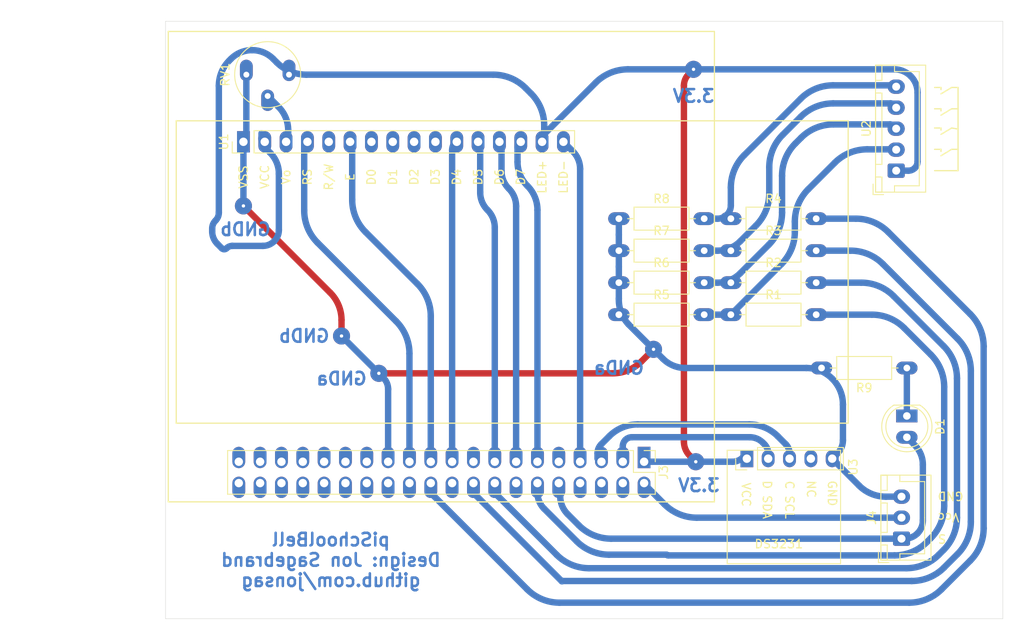
<source format=kicad_pcb>
(kicad_pcb (version 20211014) (generator pcbnew)
  (layers (0 "F.Cu" signal) (31 "B.Cu" signal) (34 "B.Paste" user) (35 "F.Paste" user) (36 "B.SilkS" user "B.Silkscreen") (37 "F.SilkS" user "F.Silkscreen") (38 "B.Mask" user) (39 "F.Mask" user) (44 "Edge.Cuts" user))
  (net 0 "")
  (net 1 "Net-(J3-Pad22)")
  (net 2 "Net-(J3-Pad18)")
  (net 3 "Net-(J3-Pad16)")
  (net 4 "Net-(J3-Pad12)")
  (net 7 "Net-(J3-Pad7)")
  (net 8 "Net-(D1-Pad2)")
  (net 9 "Net-(D1-Pad1)")
  (net 12 "Net-(J3-Pad11)")
  (net 13 "Net-(J3-Pad13)")
  (net 15 "Net-(J3-Pad15)")
  (net 17 "Net-(J3-Pad19)")
  (net 19 "Net-(J3-Pad21)")
  (net 20 "Net-(J3-Pad23)")
  (net 37 "Net-(R1-Pad1)")
  (net 38 "Net-(R2-Pad1)")
  (net 39 "Net-(R3-Pad1)")
  (net 40 "Net-(R4-Pad1)")
  (net 41 "Net-(RV1-Pad2)")
  (net 46 "Net-(J3-Pad3)")
  (net 47 "Net-(J3-Pad5)")
  (net 49 "/3,3V")
  (net 50 "/5V")
  (net 51 "/GND")
  (footprint "My_RaspberryPi:RaspberryPi_3b+_Hat_large" (layer "F.Cu") (at 227.1505 117.9195 -90)
    (fp_text reference "J3" (at 1.192 -2.342 90) (layer "F.SilkS"))
    (fp_text value "Raspberry_Pi_2_3_all_pin_ordered" hide)
    (pad "1" thru_hole rect (at -0.078 -0.012 270) (size 2.54 1.524) (drill 1 (offset -0.508 0)) (layers *.Cu *.Mask) (net 49 "/3,3V"))
    (pad "2" thru_hole oval (at 2.462 -0.012 270) (size 2.54 1.524) (drill 1 (offset 0.508 0)) (layers *.Cu *.Mask) (net 50 "/5V"))
    (pad "3" thru_hole oval (at -0.078 2.528 270) (size 2.54 1.524) (drill 1 (offset -0.508 0)) (layers *.Cu *.Mask) (net 46 "Net-(J3-Pad3)"))
    (pad "4" thru_hole oval (at 2.462 2.528 270) (size 2.54 1.524) (drill 1 (offset 0.508 0)) (layers *.Cu *.Mask))
    (pad "5" thru_hole oval (at -0.078 5.068 270) (size 2.54 1.524) (drill 1 (offset -0.508 0)) (layers *.Cu *.Mask) (net 47 "Net-(J3-Pad5)"))
    (pad "6" thru_hole oval (at 2.462 5.068 270) (size 2.54 1.524) (drill 1 (offset 0.508 0)) (layers *.Cu *.Mask))
    (pad "7" thru_hole oval (at -0.078 7.608 270) (size 2.54 1.524) (drill 1 (offset -0.508 0)) (layers *.Cu *.Mask) (net 7 "Net-(J3-Pad7)"))
    (pad "8" thru_hole oval (at 2.462 7.608 270) (size 2.54 1.524) (drill 1 (offset 0.508 0)) (layers *.Cu *.Mask))
    (pad "9" thru_hole oval (at -0.078 10.148 270) (size 2.54 1.524) (drill 1 (offset -0.508 0)) (layers *.Cu *.Mask))
    (pad "10" thru_hole oval (at 2.462 10.148 270) (size 2.54 1.524) (drill 1 (offset 0.508 0)) (layers *.Cu *.Mask) (net 8 "Net-(D1-Pad2)"))
    (pad "11" thru_hole oval (at -0.078 12.688 270) (size 2.54 1.524) (drill 1 (offset -0.508 0)) (layers *.Cu *.Mask) (net 12 "Net-(J3-Pad11)"))
    (pad "12" thru_hole oval (at 2.462 12.688 270) (size 2.54 1.524) (drill 1 (offset 0.508 0)) (layers *.Cu *.Mask) (net 4 "Net-(J3-Pad12)"))
    (pad "13" thru_hole oval (at -0.078 15.228 270) (size 2.54 1.524) (drill 1 (offset -0.508 0)) (layers *.Cu *.Mask) (net 13 "Net-(J3-Pad13)"))
    (pad "14" thru_hole oval (at 2.462 15.228 270) (size 2.54 1.524) (drill 1 (offset 0.508 0)) (layers *.Cu *.Mask))
    (pad "15" thru_hole oval (at -0.078 17.768 270) (size 2.54 1.524) (drill 1 (offset -0.508 0)) (layers *.Cu *.Mask) (net 15 "Net-(J3-Pad15)"))
    (pad "16" thru_hole oval (at 2.462 17.768 270) (size 2.54 1.524) (drill 1 (offset 0.508 0)) (layers *.Cu *.Mask) (net 3 "Net-(J3-Pad16)"))
    (pad "17" thru_hole oval (at -0.078 20.308 270) (size 2.54 1.524) (drill 1 (offset -0.508 0)) (layers *.Cu *.Mask))
    (pad "18" thru_hole oval (at 2.462 20.308 270) (size 2.54 1.524) (drill 1 (offset 0.508 0)) (layers *.Cu *.Mask) (net 2 "Net-(J3-Pad18)"))
    (pad "19" thru_hole oval (at -0.078 22.848 270) (size 2.54 1.524) (drill 1 (offset -0.508 0)) (layers *.Cu *.Mask) (net 17 "Net-(J3-Pad19)"))
    (pad "20" thru_hole oval (at 2.462 22.848 270) (size 2.54 1.524) (drill 1 (offset 0.508 0)) (layers *.Cu *.Mask))
    (pad "21" thru_hole oval (at -0.078 25.388 270) (size 2.54 1.524) (drill 1 (offset -0.508 0)) (layers *.Cu *.Mask) (net 19 "Net-(J3-Pad21)"))
    (pad "22" thru_hole oval (at 2.462 25.388 270) (size 2.54 1.524) (drill 1 (offset 0.508 0)) (layers *.Cu *.Mask) (net 1 "Net-(J3-Pad22)"))
    (pad "23" thru_hole oval (at -0.078 27.928 270) (size 2.54 1.524) (drill 1 (offset -0.508 0)) (layers *.Cu *.Mask) (net 20 "Net-(J3-Pad23)"))
    (pad "24" thru_hole oval (at 2.462 27.928 270) (size 2.54 1.524) (drill 1 (offset 0.508 0)) (layers *.Cu *.Mask))
    (pad "25" thru_hole oval (at -0.078 30.468 270) (size 2.54 1.524) (drill 1 (offset -0.508 0)) (layers *.Cu *.Mask) (net 51 "/GND"))
    (pad "26" thru_hole oval (at 2.462 30.468 270) (size 2.54 1.524) (drill 1 (offset 0.508 0)) (layers *.Cu *.Mask))
    (pad "27" thru_hole oval (at -0.078 33.008 270) (size 2.54 1.524) (drill 1 (offset -0.508 0)) (layers *.Cu *.Mask))
    (pad "28" thru_hole oval (at 2.462 33.008 270) (size 2.54 1.524) (drill 1 (offset 0.508 0)) (layers *.Cu *.Mask))
    (pad "29" thru_hole oval (at -0.078 35.548 270) (size 2.54 1.524) (drill 1 (offset -0.508 0)) (layers *.Cu *.Mask))
    (pad "30" thru_hole oval (at 2.462 35.548 270) (size 2.54 1.524) (drill 1 (offset 0.508 0)) (layers *.Cu *.Mask))
    (pad "31" thru_hole oval (at -0.078 38.088 270) (size 2.54 1.524) (drill 1 (offset -0.508 0)) (layers *.Cu *.Mask))
    (pad "32" thru_hole oval (at 2.462 38.088 270) (size 2.54 1.524) (drill 1 (offset 0.508 0)) (layers *.Cu *.Mask))
    (pad "33" thru_hole oval (at -0.078 40.628 270) (size 2.54 1.524) (drill 1 (offset -0.508 0)) (layers *.Cu *.Mask))
    (pad "34" thru_hole oval (at 2.462 40.628 270) (size 2.54 1.524) (drill 1 (offset 0.508 0)) (layers *.Cu *.Mask))
    (pad "35" thru_hole oval (at -0.078 43.168 270) (size 2.54 1.524) (drill 1 (offset -0.508 0)) (layers *.Cu *.Mask))
    (pad "36" thru_hole oval (at 2.462 43.168 270) (size 2.54 1.524) (drill 1 (offset 0.508 0)) (layers *.Cu *.Mask))
    (pad "37" thru_hole oval (at -0.078 45.708 270) (size 2.54 1.524) (drill 1 (offset -0.508 0)) (layers *.Cu *.Mask))
    (pad "38" thru_hole oval (at 2.462 45.708 270) (size 2.54 1.524) (drill 1 (offset 0.508 0)) (layers *.Cu *.Mask))
    (pad "39" thru_hole oval (at -0.078 48.248 270) (size 2.54 1.524) (drill 1 (offset -0.508 0)) (layers *.Cu *.Mask))
    (pad "40" thru_hole oval (at 2.462 48.248 270) (size 2.54 1.524) (drill 1 (offset 0.508 0)) (layers *.Cu *.Mask))
  )
  (footprint "My_Headers:3-pin JST KY-019 relay" (layer "F.Cu") (at 257.81 127 90)
    (fp_text reference "J4" (at 2.5 -3.55 90) (layer "F.SilkS"))
    (fp_text value "3-pin_KY-019_relay_header" hide)
    (fp_text user "Vcc" (at 2.54 5.588 180 unlocked) (layer "F.SilkS"))
    (fp_text user "GND" (at 5.08 5.842 180 unlocked) (layer "F.SilkS"))
    (fp_text user "S" (at 0 4.826 180 unlocked) (layer "F.SilkS"))
    (pad "1" thru_hole roundrect (at 0 0 90) (size 1.7 2.032) (drill 0.95) (layers *.Cu *.Mask) (roundrect_rratio 0.147059) (net 8 "Net-(D1-Pad2)"))
    (pad "2" thru_hole oval (at 2.5 0 90) (size 1.7 2.032) (drill 0.95) (layers *.Cu *.Mask) (net 50 "/5V"))
    (pad "3" thru_hole oval (at 5 0 90) (size 1.7 2.032) (drill 0.95) (layers *.Cu *.Mask) (net 51 "/GND"))
  )
  (footprint "My_Misc:R_Axial_DIN0207_L6.3mm_D2.5mm_P10.16mm_Horizontal_larger_pads" (layer "F.Cu") (at 237.49 100.33)
    (fp_text reference "R1" (at 5.08 -2.37) (layer "F.SilkS"))
    (fp_text value "300R" hide)
    (pad "1" thru_hole oval (at 0 0) (size 2.54 1.524) (drill 0.8) (layers *.Cu *.Mask) (net 37 "Net-(R1-Pad1)"))
    (pad "2" thru_hole oval (at 10.16 0) (size 2.54 1.524) (drill 0.8) (layers *.Cu *.Mask) (net 4 "Net-(J3-Pad12)"))
  )
  (footprint "My_Misc:R_Axial_DIN0207_L6.3mm_D2.5mm_P10.16mm_Horizontal_larger_pads" (layer "F.Cu") (at 237.49 96.52)
    (fp_text reference "R2" (at 5.08 -2.37) (layer "F.SilkS"))
    (fp_text value "300R" hide)
    (pad "1" thru_hole oval (at 0 0) (size 2.54 1.524) (drill 0.8) (layers *.Cu *.Mask) (net 38 "Net-(R2-Pad1)"))
    (pad "2" thru_hole oval (at 10.16 0) (size 2.54 1.524) (drill 0.8) (layers *.Cu *.Mask) (net 3 "Net-(J3-Pad16)"))
  )
  (footprint "My_Misc:R_Axial_DIN0207_L6.3mm_D2.5mm_P10.16mm_Horizontal_larger_pads" (layer "F.Cu") (at 237.49 92.71)
    (fp_text reference "R3" (at 5.08 -2.37) (layer "F.SilkS"))
    (fp_text value "300R" hide)
    (pad "1" thru_hole oval (at 0 0) (size 2.54 1.524) (drill 0.8) (layers *.Cu *.Mask) (net 39 "Net-(R3-Pad1)"))
    (pad "2" thru_hole oval (at 10.16 0) (size 2.54 1.524) (drill 0.8) (layers *.Cu *.Mask) (net 2 "Net-(J3-Pad18)"))
  )
  (footprint "My_Misc:R_Axial_DIN0207_L6.3mm_D2.5mm_P10.16mm_Horizontal_larger_pads" (layer "F.Cu") (at 237.49 88.9)
    (fp_text reference "R4" (at 5.08 -2.37) (layer "F.SilkS"))
    (fp_text value "300R" hide)
    (pad "1" thru_hole oval (at 0 0) (size 2.54 1.524) (drill 0.8) (layers *.Cu *.Mask) (net 40 "Net-(R4-Pad1)"))
    (pad "2" thru_hole oval (at 10.16 0) (size 2.54 1.524) (drill 0.8) (layers *.Cu *.Mask) (net 1 "Net-(J3-Pad22)"))
  )
  (footprint "My_Misc:R_Axial_DIN0207_L6.3mm_D2.5mm_P10.16mm_Horizontal_larger_pads" (layer "F.Cu") (at 224.155 100.33)
    (fp_text reference "R5" (at 5.08 -2.37) (layer "F.SilkS"))
    (fp_text value "10k" hide)
    (pad "1" thru_hole oval (at 0 0) (size 2.54 1.524) (drill 0.8) (layers *.Cu *.Mask) (net 51 "/GND"))
    (pad "2" thru_hole oval (at 10.16 0) (size 2.54 1.524) (drill 0.8) (layers *.Cu *.Mask) (net 37 "Net-(R1-Pad1)"))
  )
  (footprint "My_Misc:R_Axial_DIN0207_L6.3mm_D2.5mm_P10.16mm_Horizontal_larger_pads" (layer "F.Cu") (at 224.155 96.52)
    (fp_text reference "R6" (at 5.08 -2.37) (layer "F.SilkS"))
    (fp_text value "10k" hide)
    (pad "1" thru_hole oval (at 0 0) (size 2.54 1.524) (drill 0.8) (layers *.Cu *.Mask) (net 51 "/GND"))
    (pad "2" thru_hole oval (at 10.16 0) (size 2.54 1.524) (drill 0.8) (layers *.Cu *.Mask) (net 38 "Net-(R2-Pad1)"))
  )
  (footprint "My_Misc:R_Axial_DIN0207_L6.3mm_D2.5mm_P10.16mm_Horizontal_larger_pads" (layer "F.Cu") (at 224.155 92.71)
    (fp_text reference "R7" (at 5.08 -2.37) (layer "F.SilkS"))
    (fp_text value "10k" hide)
    (pad "1" thru_hole oval (at 0 0) (size 2.54 1.524) (drill 0.8) (layers *.Cu *.Mask) (net 51 "/GND"))
    (pad "2" thru_hole oval (at 10.16 0) (size 2.54 1.524) (drill 0.8) (layers *.Cu *.Mask) (net 39 "Net-(R3-Pad1)"))
  )
  (footprint "My_Misc:R_Axial_DIN0207_L6.3mm_D2.5mm_P10.16mm_Horizontal_larger_pads" (layer "F.Cu") (at 224.155 88.9)
    (fp_text reference "R8" (at 5.08 -2.37) (layer "F.SilkS"))
    (fp_text value "10k" hide)
    (pad "1" thru_hole oval (at 0 0) (size 2.54 1.524) (drill 0.8) (layers *.Cu *.Mask) (net 51 "/GND"))
    (pad "2" thru_hole oval (at 10.16 0) (size 2.54 1.524) (drill 0.8) (layers *.Cu *.Mask) (net 40 "Net-(R4-Pad1)"))
  )
  (footprint "My_Misc:LED_D5.0mm_larger_pads" (layer "F.Cu") (at 258.445 112.39 -90)
    (fp_text reference "D1" (at 1.27 -3.96 90) (layer "F.SilkS"))
    (fp_text value "LED" hide)
    (pad "1" thru_hole rect locked (at 0 0 270) (size 1.524 2.54) (drill 0.9) (layers *.Cu *.Mask) (net 9 "Net-(D1-Pad1)"))
    (pad "2" thru_hole oval locked (at 2.54 0 270) (size 1.524 2.54) (drill 0.9) (layers *.Cu *.Mask) (net 8 "Net-(D1-Pad2)"))
  )
  (footprint "My_Misc:R_Axial_DIN0207_L6.3mm_D2.5mm_P10.16mm_Horizontal_larger_pads" (layer "F.Cu") (at 258.445 106.68 180)
    (fp_text reference "R9" (at 5.08 -2.37) (layer "F.SilkS"))
    (fp_text value "220R" hide)
    (pad "1" thru_hole oval (at 0 0 180) (size 2.54 1.524) (drill 0.8) (layers *.Cu *.Mask) (net 9 "Net-(D1-Pad1)"))
    (pad "2" thru_hole oval (at 10.16 0 180) (size 2.54 1.524) (drill 0.8) (layers *.Cu *.Mask) (net 51 "/GND"))
  )
  (footprint "My_Misc:Potentiometer_Bourns_3339P_Vertical_large" (layer "F.Cu") (at 184.8815 71.755 90)
    (fp_text reference "RV1" (at 0 -7.6 90) (layer "F.SilkS"))
    (fp_text value "R_Potentiometer")
    (pad "1" thru_hole oval locked (at 0 0 90) (size 2.54 1.524) (drill 0.7 (offset 0.508 0)) (layers *.Cu *.Mask) (net 49 "/3,3V"))
    (pad "2" thru_hole oval locked (at -2.54 -2.54 90) (size 2.54 1.524) (drill 0.7 (offset -0.508 0)) (layers *.Cu *.Mask) (net 41 "Net-(RV1-Pad2)"))
    (pad "3" thru_hole oval locked (at 0 -5.08 90) (size 2.54 1.524) (drill 0.7 (offset 0.508 0)) (layers *.Cu *.Mask) (net 51 "/GND"))
  )
  (footprint "My_Headers:5-pin JST 4 buttons + common" (layer "F.Cu") (at 257.175 83.185 90)
    (fp_text reference "U2" (at 5 -3.55 90) (layer "F.SilkS"))
    (fp_text value "5-pin_4_buttons_+_common" hide)
    (pad "1" thru_hole roundrect (at 0 0 90) (size 1.7 2.032) (drill 0.95) (layers *.Cu *.Mask) (roundrect_rratio 0.147059) (net 49 "/3,3V"))
    (pad "2" thru_hole oval (at 2.5 0 90) (size 1.7 2.032) (drill 0.95) (layers *.Cu *.Mask) (net 37 "Net-(R1-Pad1)"))
    (pad "3" thru_hole oval (at 5 0 90) (size 1.7 2.032) (drill 0.95) (layers *.Cu *.Mask) (net 38 "Net-(R2-Pad1)"))
    (pad "4" thru_hole oval (at 7.5 0 90) (size 1.7 2.032) (drill 0.95) (layers *.Cu *.Mask) (net 39 "Net-(R3-Pad1)"))
    (pad "5" thru_hole oval (at 10 0 90) (size 1.7 2.032) (drill 0.95) (layers *.Cu *.Mask) (net 40 "Net-(R4-Pad1)"))
  )
  (footprint "My_Parts:DS3231_RTC_module_large" (layer "F.Cu") (at 249.555 117.475 -90)
    (fp_text reference "U3" (at 1 -2.5 90) (layer "F.SilkS"))
    (fp_text value "DS3231_RTC_module" hide)
    (fp_text user "GND" (at 2.5 0 -90 unlocked) (layer "F.SilkS") (effects (justify left)))
    (fp_text user "C SCL" (at 2.54 5.08 -90 unlocked) (layer "F.SilkS") (effects (justify left)))
    (fp_text user "VCC" (at 2.75 10.25 -90 unlocked) (layer "F.SilkS") (effects (justify left)))
    (fp_text user "D SDA" (at 2.5 7.75 -90 unlocked) (layer "F.SilkS") (effects (justify left)))
    (fp_text user "DS3231" (at 10.16 6.35 unlocked) (layer "F.SilkS"))
    (fp_text user "NC" (at 2.5 2.5 -90 unlocked) (layer "F.SilkS") (effects (justify left)))
    (pad "1" thru_hole rect (at 0 10.16 90) (size 2.032 1.524) (drill 1) (layers *.Cu *.Mask) (net 49 "/3,3V"))
    (pad "2" thru_hole oval (at 0 7.62 90) (size 2.032 1.524) (drill 1) (layers *.Cu *.Mask) (net 46 "Net-(J3-Pad3)"))
    (pad "3" thru_hole oval (at 0 5.08 90) (size 2.032 1.524) (drill 1) (layers *.Cu *.Mask) (net 47 "Net-(J3-Pad5)"))
    (pad "4" thru_hole oval (at 0 2.54 90) (size 2.032 1.524) (drill 1) (layers *.Cu *.Mask))
    (pad "5" thru_hole oval (at 0 0 90) (size 2.032 1.524) (drill 1) (layers *.Cu *.Mask) (net 51 "/GND"))
  )
  (footprint "My_Parts:LCD_HD44780_16x2_w_headers_large" (layer "F.Cu") (at 179.455 79.75)
    (fp_text reference "U1" (at -2.33 0 90) (layer "F.SilkS"))
    (fp_text value "LCD_HD44780" hide)
    (fp_text user "D1" (at 17.78 4.19 90) (layer "F.SilkS"))
    (fp_text user "VSS" (at 0 4.19 90) (layer "F.SilkS"))
    (fp_text user "D5" (at 27.94 4.19 90) (layer "F.SilkS"))
    (fp_text user "D4" (at 25.4 4.19 90) (layer "F.SilkS"))
    (fp_text user "LED+" (at 35.56 4.19 90) (layer "F.SilkS"))
    (fp_text user "D3" (at 22.86 4.19 90) (layer "F.SilkS"))
    (fp_text user "D6" (at 30.48 4.19 90) (layer "F.SilkS"))
    (fp_text user "Vo" (at 5.08 4.19 90) (layer "F.SilkS"))
    (fp_text user "R/W" (at 10.16 4.19 90) (layer "F.SilkS"))
    (fp_text user "D2" (at 20.32 4.19 90) (layer "F.SilkS"))
    (fp_text user "LED-" (at 38.1 4.19 90) (layer "F.SilkS"))
    (fp_text user "D7" (at 33.02 4.19 90) (layer "F.SilkS"))
    (fp_text user "D0" (at 15.24 4.19 90) (layer "F.SilkS"))
    (fp_text user "VCC" (at 2.54 4.19 90) (layer "F.SilkS"))
    (fp_text user "RS" (at 7.62 4.19 90) (layer "F.SilkS"))
    (fp_text user "E" (at 12.7 4.19 90) (layer "F.SilkS"))
    (pad "" np_thru_hole circle (at 69.5 31) (size 2.5 2.5) (drill 2.5) (layers *.Cu *.Mask))
    (pad "" np_thru_hole circle (at -5.5 31) (size 2.5 2.5) (drill 2.5) (layers *.Cu *.Mask))
    (pad "" np_thru_hole circle (at 69.5 0) (size 2.5 2.5) (drill 2.5) (layers *.Cu *.Mask))
    (pad "" np_thru_hole circle (at -5.5 0) (size 2.5 2.5) (drill 2.5) (layers *.Cu *.Mask))
    (pad "1" thru_hole rect (at 0 0 90) (size 2.54 1.524) (drill 1) (layers *.Cu *.Mask) (net 51 "/GND"))
    (pad "2" thru_hole oval (at 2.54 0 90) (size 2.54 1.524) (drill 1) (layers *.Cu *.Mask) (net 49 "/3,3V"))
    (pad "3" thru_hole oval (at 5.08 0 90) (size 2.54 1.524) (drill 1) (layers *.Cu *.Mask) (net 41 "Net-(RV1-Pad2)"))
    (pad "4" thru_hole oval (at 7.62 0 90) (size 2.54 1.524) (drill 1) (layers *.Cu *.Mask) (net 20 "Net-(J3-Pad23)"))
    (pad "5" thru_hole oval (at 10.16 0 90) (size 2.54 1.524) (drill 1) (layers *.Cu *.Mask) (net 51 "/GND"))
    (pad "6" thru_hole oval (at 12.7 0 90) (size 2.54 1.524) (drill 1) (layers *.Cu *.Mask) (net 19 "Net-(J3-Pad21)"))
    (pad "7" thru_hole oval (at 15.24 0 90) (size 2.54 1.524) (drill 1) (layers *.Cu *.Mask))
    (pad "8" thru_hole oval (at 17.78 0 90) (size 2.54 1.524) (drill 1) (layers *.Cu *.Mask))
    (pad "9" thru_hole oval (at 20.32 0 90) (size 2.54 1.524) (drill 1) (layers *.Cu *.Mask))
    (pad "10" thru_hole oval (at 22.86 0 90) (size 2.54 1.524) (drill 1) (layers *.Cu *.Mask))
    (pad "11" thru_hole oval (at 25.4 0 90) (size 2.54 1.524) (drill 1) (layers *.Cu *.Mask) (net 17 "Net-(J3-Pad19)"))
    (pad "12" thru_hole oval (at 27.94 0 90) (size 2.54 1.524) (drill 1) (layers *.Cu *.Mask) (net 15 "Net-(J3-Pad15)"))
    (pad "13" thru_hole oval (at 30.48 0 90) (size 2.54 1.524) (drill 1) (layers *.Cu *.Mask) (net 13 "Net-(J3-Pad13)"))
    (pad "14" thru_hole oval (at 33.02 0 90) (size 2.54 1.524) (drill 1) (layers *.Cu *.Mask) (net 12 "Net-(J3-Pad11)"))
    (pad "15" thru_hole oval (at 35.56 0 90) (size 2.54 1.524) (drill 1) (layers *.Cu *.Mask) (net 49 "/3,3V"))
    (pad "16" thru_hole oval (at 38.1 0 90) (size 2.54 1.524) (drill 1) (layers *.Cu *.Mask) (net 7 "Net-(J3-Pad7)"))
  )
  (gr_line (start 269.875 65.405) (end 170.18 65.405) (layer "Edge.Cuts") (width 0.05))
  (gr_line (start 170.18 65.405) (end 170.18 136.525) (layer "Edge.Cuts") (width 0.05))
  (gr_line (start 269.875 136.525) (end 269.875 65.405) (layer "Edge.Cuts") (width 0.05))
  (gr_line (start 170.18 136.525) (end 269.875 136.525) (layer "Edge.Cuts") (width 0.05))
  (gr_text "piSchoolBell\nDesign: Jon Sagebrand\ngithub.com/jonsag" (at 189.865 129.54) (layer "B.Cu") (effects (font (size 1.5 1.5) (thickness 0.3)) (justify mirror)))
  (gr_text "GNDb" (at 179.705 90.17) (layer "B.Cu") (effects (font (size 1.5 1.5) (thickness 0.3)) (justify mirror)))
  (gr_text "3.3V" (at 233.045 74.295) (layer "B.Cu") (effects (font (size 1.5 1.5) (thickness 0.3)) (justify mirror)))
  (gr_text "GNDa" (at 191.135 107.95) (layer "B.Cu") (effects (font (size 1.5 1.5) (thickness 0.3)) (justify mirror)))
  (gr_text "GNDa" (at 224.155 106.68) (layer "B.Cu") (effects (font (size 1.5 1.5) (thickness 0.3)) (justify mirror)))
  (gr_text "GNDb" (at 186.69 102.87) (layer "B.Cu") (effects (font (size 1.5 1.5) (thickness 0.3)) (justify mirror)))
  (gr_text "3.3V" (at 233.68 120.65) (layer "B.Cu") (effects (font (size 1.5 1.5) (thickness 0.3)) (justify mirror)))
  (segment (start 262.578792 133.026207) (end 265.994726 129.610273) (width 0.762) (layer "B.Cu") (net 1))
  (segment (start 267.588519 104.107483) (end 267.588519 125.762517) (width 0.762) (layer "B.Cu") (net 1))
  (segment (start 202.175944 121.964342) (end 213.237809 133.026207) (width 0.762) (layer "B.Cu") (net 1))
  (segment (start 201.7625 120.966199) (end 201.7625 120.3815) (width 0.762) (layer "B.Cu") (net 1))
  (segment (start 252.381036 88.9) (end 247.015 88.9) (width 0.762) (layer "B.Cu") (net 1))
  (segment (start 265.994727 100.259727) (end 256.228792 90.493792) (width 0.762) (layer "B.Cu") (net 1))
  (segment (start 258.731036 134.62) (end 217.085565 134.62) (width 0.762) (layer "B.Cu") (net 1))
  (arc (start 213.237809 133.026207) (mid 215.003174 134.205786) (end 217.085565 134.62) (width 0.762) (layer "B.Cu") (net 1))
  (arc (start 267.588519 125.762517) (mid 267.174305 127.844907) (end 265.994726 129.610273) (width 0.762) (layer "B.Cu") (net 1))
  (arc (start 265.994727 100.259727) (mid 267.174306 102.025092) (end 267.588519 104.107483) (width 0.762) (layer "B.Cu") (net 1))
  (arc (start 201.7625 120.966199) (mid 201.86995 121.50639) (end 202.175944 121.964342) (width 0.762) (layer "B.Cu") (net 1))
  (arc (start 262.578792 133.026207) (mid 260.813426 134.205786) (end 258.731036 134.62) (width 0.762) (layer "B.Cu") (net 1))
  (arc (start 256.228792 90.493792) (mid 254.463426 89.314213) (end 252.381036 88.9) (width 0.762) (layer "B.Cu") (net 1))
  (segment (start 266.065 107.028963) (end 266.065 124.995618) (width 0.762) (layer "B.Cu") (net 2))
  (segment (start 206.8425 120.966199) (end 206.8425 120.3815) (width 0.762) (layer "B.Cu") (net 2))
  (segment (start 207.255944 121.964342) (end 217.351382 132.05978) (width 0.762) (layer "B.Cu") (net 2))
  (segment (start 264.471207 103.181207) (end 255.593792 94.303792) (width 0.762) (layer "B.Cu") (net 2))
  (segment (start 262.868814 130.445766) (end 264.471207 128.843374) (width 0.762) (layer "B.Cu") (net 2))
  (segment (start 251.746036 92.71) (end 247.65 92.71) (width 0.762) (layer "B.Cu") (net 2))
  (segment (start 217.440637 132.03956) (end 259.021058 132.03956) (width 0.762) (layer "B.Cu") (net 2))
  (arc (start 264.471207 103.181207) (mid 265.650786 104.946572) (end 266.065 107.028963) (width 0.762) (layer "B.Cu") (net 2))
  (arc (start 217.351382 132.05978) (mid 217.371602 132.068155) (end 217.391822 132.05978) (width 0.762) (layer "B.Cu") (net 2))
  (arc (start 266.065 124.995618) (mid 265.650786 127.078008) (end 264.471207 128.843374) (width 0.762) (layer "B.Cu") (net 2))
  (arc (start 217.440637 132.03956) (mid 217.414218 132.044815) (end 217.391822 132.05978) (width 0.762) (layer "B.Cu") (net 2))
  (arc (start 262.868814 130.445766) (mid 261.103448 131.625346) (end 259.021058 132.03956) (width 0.762) (layer "B.Cu") (net 2))
  (arc (start 206.8425 120.966199) (mid 206.94995 121.50639) (end 207.255944 121.964342) (width 0.762) (layer "B.Cu") (net 2))
  (arc (start 255.593792 94.303792) (mid 253.828426 93.124213) (end 251.746036 92.71) (width 0.762) (layer "B.Cu") (net 2))
  (segment (start 256.863792 98.113792) (end 262.819727 104.069727) (width 0.762) (layer "B.Cu") (net 3))
  (segment (start 220.601605 130.51604) (end 258.389996 130.51604) (width 0.762) (layer "B.Cu") (net 3))
  (segment (start 216.753849 128.922247) (end 209.795944 121.964342) (width 0.762) (layer "B.Cu") (net 3))
  (segment (start 262.237752 128.922246) (end 262.819727 128.340272) (width 0.762) (layer "B.Cu") (net 3))
  (segment (start 253.016036 96.52) (end 247.015 96.52) (width 0.762) (layer "B.Cu") (net 3))
  (segment (start 264.41352 107.917483) (end 264.41352 124.492516) (width 0.762) (layer "B.Cu") (net 3))
  (segment (start 209.3825 120.966199) (end 209.3825 120.3815) (width 0.762) (layer "B.Cu") (net 3))
  (arc (start 209.3825 120.966199) (mid 209.48995 121.50639) (end 209.795944 121.964342) (width 0.762) (layer "B.Cu") (net 3))
  (arc (start 262.819727 104.069727) (mid 263.999306 105.835092) (end 264.41352 107.917483) (width 0.762) (layer "B.Cu") (net 3))
  (arc (start 216.753849 128.922247) (mid 218.519214 130.101826) (end 220.601605 130.51604) (width 0.762) (layer "B.Cu") (net 3))
  (arc (start 262.237752 128.922246) (mid 260.472386 130.101826) (end 258.389996 130.51604) (width 0.762) (layer "B.Cu") (net 3))
  (arc (start 256.863792 98.113792) (mid 255.098426 96.934213) (end 253.016036 96.52) (width 0.762) (layer "B.Cu") (net 3))
  (arc (start 264.41352 124.492516) (mid 263.999306 126.574906) (end 262.819727 128.340272) (width 0.762) (layer "B.Cu") (net 3))
  (segment (start 222.984381 128.905) (end 229.808114 128.905) (width 0.762) (layer "B.Cu") (net 4))
  (segment (start 214.4625 121.509291) (end 214.4625 120.3815) (width 0.762) (layer "B.Cu") (net 4))
  (segment (start 219.136625 127.311207) (end 215.259968 123.43455) (width 0.762) (layer "B.Cu") (net 4))
  (segment (start 256.988098 128.99252) (end 230.019405 128.99252) (width 0.762) (layer "B.Cu") (net 4))
  (segment (start 254.286036 100.33) (end 247.65 100.33) (width 0.762) (layer "B.Cu") (net 4))
  (segment (start 258.133792 101.923792) (end 261.296207 105.086207) (width 0.762) (layer "B.Cu") (net 4))
  (segment (start 262.89 108.933963) (end 262.89 123.090618) (width 0.762) (layer "B.Cu") (net 4))
  (segment (start 260.835854 127.398726) (end 261.296207 126.938374) (width 0.762) (layer "B.Cu") (net 4))
  (arc (start 262.89 123.090618) (mid 262.475786 125.173008) (end 261.296207 126.938374) (width 0.762) (layer "B.Cu") (net 4))
  (arc (start 229.91376 128.94876) (mid 229.865289 128.916372) (end 229.808114 128.905) (width 0.762) (layer "B.Cu") (net 4))
  (arc (start 219.136625 127.311207) (mid 220.90199 128.490786) (end 222.984381 128.905) (width 0.762) (layer "B.Cu") (net 4))
  (arc (start 260.835854 127.398726) (mid 259.070488 128.578306) (end 256.988098 128.99252) (width 0.762) (layer "B.Cu") (net 4))
  (arc (start 258.133792 101.923792) (mid 256.368426 100.744213) (end 254.286036 100.33) (width 0.762) (layer "B.Cu") (net 4))
  (arc (start 214.4625 121.509291) (mid 214.669755 122.551233) (end 215.259968 123.43455) (width 0.762) (layer "B.Cu") (net 4))
  (arc (start 261.296207 105.086207) (mid 262.475786 106.851572) (end 262.89 108.933963) (width 0.762) (layer "B.Cu") (net 4))
  (arc (start 229.91376 128.94876) (mid 229.96223 128.981147) (end 230.019405 128.99252) (width 0.762) (layer "B.Cu") (net 4))
  (segment (start 218.67375 80.87875) (end 217.805 80.01) (width 0.762) (layer "B.Cu") (net 7))
  (segment (start 219.5425 82.976098) (end 219.5425 117.8415) (width 0.762) (layer "B.Cu") (net 7))
  (arc (start 218.67375 80.87875) (mid 219.316719 81.841021) (end 219.5425 82.976098) (width 0.762) (layer "B.Cu") (net 7))
  (segment (start 258.181974 127) (end 257.175 127) (width 0.762) (layer "B.Cu") (net 8))
  (segment (start 223.233963 127) (end 257.81 127) (width 0.762) (layer "B.Cu") (net 8))
  (segment (start 259.3975 115.8825) (end 258.445 114.93) (width 0.762) (layer "B.Cu") (net 8))
  (segment (start 217.17 121.92) (end 217.17 120.65) (width 0.762) (layer "B.Cu") (net 8))
  (segment (start 260.35 118.182038) (end 260.35 124.831974) (width 0.762) (layer "B.Cu") (net 8))
  (segment (start 219.386207 125.406207) (end 218.068025 124.088025) (width 0.762) (layer "B.Cu") (net 8))
  (arc (start 219.386207 125.406207) (mid 221.151572 126.585786) (end 223.233963 127) (width 0.762) (layer "B.Cu") (net 8))
  (arc (start 259.715 126.365) (mid 259.011641 126.834968) (end 258.181974 127) (width 0.762) (layer "B.Cu") (net 8))
  (arc (start 217.17 121.92) (mid 217.403389 123.093326) (end 218.068025 124.088025) (width 0.762) (layer "B.Cu") (net 8))
  (arc (start 260.35 124.831974) (mid 260.184968 125.661641) (end 259.715 126.365) (width 0.762) (layer "B.Cu") (net 8))
  (arc (start 259.3975 115.8825) (mid 260.102453 116.937537) (end 260.35 118.182038) (width 0.762) (layer "B.Cu") (net 8))
  (segment (start 258.445 112.39) (end 258.445 106.68) (width 0.762) (layer "B.Cu") (net 9))
  (segment (start 214.4625 87.87011) (end 214.4625 117.8415) (width 0.762) (layer "B.Cu") (net 12))
  (segment (start 212.09 80.459012) (end 212.09 82.142389) (width 0.762) (layer "B.Cu") (net 12))
  (segment (start 212.4075 79.6925) (end 212.725 79.375) (width 0.762) (layer "B.Cu") (net 12))
  (arc (start 213.27625 85.00625) (mid 214.154203 86.3202) (end 214.4625 87.87011) (width 0.762) (layer "B.Cu") (net 12))
  (arc (start 212.09 82.142389) (mid 212.398296 83.692299) (end 213.27625 85.00625) (width 0.762) (layer "B.Cu") (net 12))
  (arc (start 212.4075 79.6925) (mid 212.172515 80.044178) (end 212.09 80.459012) (width 0.762) (layer "B.Cu") (net 12))
  (segment (start 211.9225 87.421098) (end 211.9225 117.8415) (width 0.762) (layer "B.Cu") (net 13))
  (segment (start 210.185 83.226401) (end 210.185 79.375) (width 0.762) (layer "B.Cu") (net 13))
  (arc (start 211.05375 85.32375) (mid 211.696719 86.286021) (end 211.9225 87.421098) (width 0.762) (layer "B.Cu") (net 13))
  (arc (start 210.185 83.226401) (mid 210.41078 84.361478) (end 211.05375 85.32375) (width 0.762) (layer "B.Cu") (net 13))
  (segment (start 207.645 85.766401) (end 207.645 79.375) (width 0.762) (layer "B.Cu") (net 15))
  (segment (start 209.3825 89.961098) (end 209.3825 117.8415) (width 0.762) (layer "B.Cu") (net 15))
  (arc (start 208.51375 87.86375) (mid 209.156719 88.826021) (end 209.3825 89.961098) (width 0.762) (layer "B.Cu") (net 15))
  (arc (start 207.645 85.766401) (mid 207.87078 86.901478) (end 208.51375 87.86375) (width 0.762) (layer "B.Cu") (net 15))
  (segment (start 204.3025 80.744953) (end 204.3025 117.8415) (width 0.762) (layer "B.Cu") (net 17))
  (segment (start 204.70375 79.77625) (end 205.105 79.375) (width 0.762) (layer "B.Cu") (net 17))
  (arc (start 204.70375 79.77625) (mid 204.406781 80.220694) (end 204.3025 80.744953) (width 0.762) (layer "B.Cu") (net 17))
  (segment (start 193.998792 90.493792) (end 200.168707 96.663707) (width 0.762) (layer "B.Cu") (net 19))
  (segment (start 201.7625 100.511463) (end 201.7625 117.8415) (width 0.762) (layer "B.Cu") (net 19))
  (segment (start 192.405 86.646036) (end 192.405 80.01) (width 0.762) (layer "B.Cu") (net 19))
  (arc (start 192.405 86.646036) (mid 192.819213 88.728426) (end 193.998792 90.493792) (width 0.762) (layer "B.Cu") (net 19))
  (arc (start 200.168707 96.663707) (mid 201.348286 98.429072) (end 201.7625 100.511463) (width 0.762) (layer "B.Cu") (net 19))
  (segment (start 186.69 87.916036) (end 186.69 79.375) (width 0.762) (layer "B.Cu") (net 20))
  (segment (start 199.2225 104.956463) (end 199.2225 117.8415) (width 0.762) (layer "B.Cu") (net 20))
  (segment (start 197.628707 101.108707) (end 188.283792 91.763792) (width 0.762) (layer "B.Cu") (net 20))
  (arc (start 197.628707 101.108707) (mid 198.808286 102.874072) (end 199.2225 104.956463) (width 0.762) (layer "B.Cu") (net 20))
  (arc (start 186.69 87.916036) (mid 187.104213 89.998426) (end 188.283792 91.763792) (width 0.762) (layer "B.Cu") (net 20))
  (segment (start 243.516207 94.303792) (end 237.49 100.33) (width 0.762) (layer "B.Cu") (net 37))
  (segment (start 245.11 89.248963) (end 245.11 90.456036) (width 0.762) (layer "B.Cu") (net 37))
  (segment (start 253.713963 80.645) (end 257.175 80.645) (width 0.762) (layer "B.Cu") (net 37))
  (segment (start 234.315 100.33) (end 238.125 100.33) (width 0.762) (layer "B.Cu") (net 37))
  (segment (start 246.703792 85.401207) (end 249.866207 82.238792) (width 0.762) (layer "B.Cu") (net 37))
  (arc (start 246.703792 85.401207) (mid 245.524213 87.166572) (end 245.11 89.248963) (width 0.762) (layer "B.Cu") (net 37))
  (arc (start 245.11 90.456036) (mid 244.695786 92.538426) (end 243.516207 94.303792) (width 0.762) (layer "B.Cu") (net 37))
  (arc (start 253.713963 80.645) (mid 251.631572 81.059213) (end 249.866207 82.238792) (width 0.762) (layer "B.Cu") (net 37))
  (segment (start 256.445245 77.67752) (end 249.696443 77.67752) (width 0.762) (layer "B.Cu") (net 38))
  (segment (start 235.9025 96.52) (end 234.315 96.52) (width 0.762) (layer "B.Cu") (net 38))
  (segment (start 245.848686 79.271312) (end 245.180272 79.939727) (width 0.762) (layer "B.Cu") (net 38))
  (segment (start 238.612531 95.397467) (end 241.992687 92.017312) (width 0.762) (layer "B.Cu") (net 38))
  (segment (start 256.96126 77.89126) (end 257.175 78.105) (width 0.762) (layer "B.Cu") (net 38))
  (segment (start 243.58648 83.787483) (end 243.58648 88.169556) (width 0.762) (layer "B.Cu") (net 38))
  (arc (start 245.180272 79.939727) (mid 244.000693 81.705092) (end 243.58648 83.787483) (width 0.762) (layer "B.Cu") (net 38))
  (arc (start 256.96126 77.89126) (mid 256.72451 77.733069) (end 256.445245 77.67752) (width 0.762) (layer "B.Cu") (net 38))
  (arc (start 238.612531 95.397467) (mid 237.369158 96.228263) (end 235.9025 96.52) (width 0.762) (layer "B.Cu") (net 38))
  (arc (start 249.696443 77.67752) (mid 247.614052 78.091733) (end 245.848686 79.271312) (width 0.762) (layer "B.Cu") (net 38))
  (arc (start 243.58648 88.169556) (mid 243.172266 90.251946) (end 241.992687 92.017312) (width 0.762) (layer "B.Cu") (net 38))
  (segment (start 256.51353 75.17752) (end 249.656443 75.17752) (width 0.762) (layer "B.Cu") (net 39))
  (segment (start 242.06296 85.883076) (end 242.06296 82.771003) (width 0.762) (layer "B.Cu") (net 39))
  (segment (start 256.98126 75.37126) (end 257.175 75.565) (width 0.762) (layer "B.Cu") (net 39))
  (segment (start 235.9025 92.71) (end 234.315 92.71) (width 0.762) (layer "B.Cu") (net 39))
  (segment (start 238.612531 91.587467) (end 240.469167 89.730832) (width 0.762) (layer "B.Cu") (net 39))
  (segment (start 243.656752 78.923246) (end 245.808687 76.771312) (width 0.762) (layer "B.Cu") (net 39))
  (arc (start 242.06296 85.883076) (mid 241.648746 87.965466) (end 240.469167 89.730832) (width 0.762) (layer "B.Cu") (net 39))
  (arc (start 249.656443 75.17752) (mid 247.574052 75.591733) (end 245.808687 76.771312) (width 0.762) (layer "B.Cu") (net 39))
  (arc (start 243.656752 78.923246) (mid 242.477173 80.688612) (end 242.06296 82.771003) (width 0.762) (layer "B.Cu") (net 39))
  (arc (start 256.98126 75.37126) (mid 256.766663 75.227871) (end 256.51353 75.17752) (width 0.762) (layer "B.Cu") (net 39))
  (arc (start 238.612531 91.587467) (mid 237.369158 92.418263) (end 235.9025 92.71) (width 0.762) (layer "B.Cu") (net 39))
  (segment (start 237.49 87.3125) (end 237.49 85.189381) (width 0.762) (layer "B.Cu") (net 40))
  (segment (start 235.9025 88.9) (end 234.315 88.9) (width 0.762) (layer "B.Cu") (net 40))
  (segment (start 245.806625 74.618792) (end 239.083792 81.341625) (width 0.762) (layer "B.Cu") (net 40))
  (segment (start 249.654381 73.025) (end 257.81 73.025) (width 0.762) (layer "B.Cu") (net 40))
  (arc (start 249.654381 73.025) (mid 247.57199 73.439213) (end 245.806625 74.618792) (width 0.762) (layer "B.Cu") (net 40))
  (arc (start 237.49 87.3125) (mid 237.025032 88.435032) (end 235.9025 88.9) (width 0.762) (layer "B.Cu") (net 40))
  (arc (start 239.083792 81.341625) (mid 237.904213 83.10699) (end 237.49 85.189381) (width 0.762) (layer "B.Cu") (net 40))
  (segment (start 183.62835 75.58185) (end 182.3415 74.295) (width 0.762) (layer "B.Cu") (net 41))
  (segment (start 184.785 78.37425) (end 184.785 80.01) (width 0.762) (layer "B.Cu") (net 41))
  (arc (start 183.62835 75.58185) (mid 184.484396 76.863014) (end 184.785 78.37425) (width 0.762) (layer "B.Cu") (net 41))
  (segment (start 224.6225 116.005836) (end 224.6225 117.8415) (width 0.762) (layer "B.Cu") (net 46))
  (segment (start 225.707347 114.920989) (end 239.743056 114.920989) (width 0.762) (layer "B.Cu") (net 46))
  (segment (start 241.935 116.84) (end 241.935 117.475) (width 0.762) (layer "B.Cu") (net 46))
  (segment (start 241.292994 115.562994) (end 241.485987 115.755987) (width 0.762) (layer "B.Cu") (net 46))
  (arc (start 225.707347 114.920989) (mid 225.292194 115.003567) (end 224.940244 115.238733) (width 0.762) (layer "B.Cu") (net 46))
  (arc (start 241.485987 115.755987) (mid 241.818305 116.253336) (end 241.935 116.84) (width 0.762) (layer "B.Cu") (net 46))
  (arc (start 241.292994 115.562994) (mid 240.581876 115.08784) (end 239.743056 114.920989) (width 0.762) (layer "B.Cu") (net 46))
  (arc (start 224.940244 115.238733) (mid 224.705078 115.590683) (end 224.6225 116.005836) (width 0.762) (layer "B.Cu") (net 46))
  (segment (start 243.071234 114.801234) (end 244.025987 115.755987) (width 0.762) (layer "B.Cu") (net 47))
  (segment (start 221.615 116.84) (end 221.615 117.475) (width 0.762) (layer "B.Cu") (net 47))
  (segment (start 223.018765 114.801234) (end 222.064012 115.755987) (width 0.762) (layer "B.Cu") (net 47))
  (segment (start 226.407755 113.397469) (end 239.682244 113.397469) (width 0.762) (layer "B.Cu") (net 47))
  (segment (start 244.475 116.84) (end 244.475 117.475) (width 0.762) (layer "B.Cu") (net 47))
  (arc (start 222.064012 115.755987) (mid 221.731694 116.253336) (end 221.615 116.84) (width 0.762) (layer "B.Cu") (net 47))
  (arc (start 243.071234 114.801234) (mid 241.516352 113.762295) (end 239.682244 113.397469) (width 0.762) (layer "B.Cu") (net 47))
  (arc (start 226.407755 113.397469) (mid 224.573647 113.762295) (end 223.018765 114.801234) (width 0.762) (layer "B.Cu") (net 47))
  (arc (start 244.025987 115.755987) (mid 244.358305 116.253336) (end 244.475 116.84) (width 0.762) (layer "B.Cu") (net 47))
  (segment (start 233.045 71.12) (end 232.47374 71.69126) (width 0.762) (layer "F.Cu") (net 49))
  (segment (start 231.90248 115.432738) (end 231.90248 73.070403) (width 0.762) (layer "F.Cu") (net 49))
  (segment (start 232.60799 117.13599) (end 233.3135 117.8415) (width 0.762) (layer "F.Cu") (net 49))
  (via (at 233.3135 117.8415) (size 2.032) (drill 0.4) (layers "F.Cu" "B.Cu") (net 49))
  (via (at 233.045 71.12) (size 2.032) (drill 0.4) (layers "F.Cu" "B.Cu") (net 49))
  (arc (start 231.90248 115.432738) (mid 232.085836 116.354531) (end 232.60799 117.13599) (width 0.762) (layer "F.Cu") (net 49))
  (arc (start 232.47374 71.69126) (mid 232.050945 72.324016) (end 231.90248 73.070403) (width 0.762) (layer "F.Cu") (net 49))
  (segment (start 177.97022 69.876881) (end 177.771311 70.075791) (width 0.762) (layer "B.Cu") (net 49))
  (segment (start 233.045 71.12) (end 256.94752 71.12) (width 0.762) (layer "B.Cu") (net 49))
  (segment (start 181.77389 92.141091) (end 178.136188 92.141091) (width 0.762) (layer "B.Cu") (net 49))
  (segment (start 175.733908 90.090399) (end 175.733908 90.403192) (width 0.762) (layer "B.Cu") (net 49))
  (segment (start 221.389809 72.713792) (end 215.248839 78.854762) (width 0.762) (layer "B.Cu") (net 49))
  (segment (start 238.89425 117.34075) (end 239.395 116.84) (width 0.762) (layer "B.Cu") (net 49))
  (segment (start 215.265 77.7875) (end 215.265 80.01) (width 0.762) (layer "B.Cu") (net 49))
  (segment (start 183.42124 70.29474) (end 183.003381 69.876881) (width 0.762) (layer "B.Cu") (net 49))
  (segment (start 181.61 79.383199) (end 181.61 78.74) (width 0.762) (layer "B.Cu") (net 49))
  (segment (start 186.946619 71.755) (end 209.201036 71.755) (width 0.762) (layer "B.Cu") (net 49))
  (segment (start 233.3135 117.8415) (end 227.1625 117.8415) (width 0.762) (layer "B.Cu") (net 49))
  (segment (start 259.715 82.100987) (end 259.715 73.887479) (width 0.762) (layer "B.Cu") (net 49))
  (segment (start 176.880545 92.425545) (end 176.353132 91.898132) (width 0.762) (layer "B.Cu") (net 49))
  (segment (start 258.630987 83.185) (end 257.175 83.185) (width 0.762) (layer "B.Cu") (net 49))
  (segment (start 215.015 79.419301) (end 215.015 79.75) (width 0.762) (layer "B.Cu") (net 49))
  (segment (start 225.237565 71.12) (end 233.045 71.12) (width 0.762) (layer "B.Cu") (net 49))
  (segment (start 176.53 73.07258) (end 176.53 88.168462) (width 0.762) (layer "B.Cu") (net 49))
  (segment (start 213.048792 73.348792) (end 213.693455 73.993455) (width 0.762) (layer "B.Cu") (net 49))
  (segment (start 182.06481 80.481208) (end 182.643045 81.059443) (width 0.762) (layer "B.Cu") (net 49))
  (segment (start 237.685332 117.8415) (end 233.3135 117.8415) (width 0.762) (layer "B.Cu") (net 49))
  (segment (start 183.676091 83.553435) (end 183.676091 90.23889) (width 0.762) (layer "B.Cu") (net 49))
  (arc (start 180.486801 68.83448) (mid 179.124837 69.105391) (end 177.97022 69.876881) (width 0.762) (layer "B.Cu") (net 49))
  (arc (start 176.53 88.168462) (mid 176.426551 88.688534) (end 176.131954 89.129431) (width 0.762) (layer "B.Cu") (net 49))
  (arc (start 176.880545 92.425545) (mid 177.164999 92.54337) (end 177.449454 92.425545) (width 0.762) (layer "B.Cu") (net 49))
  (arc (start 225.237565 71.12) (mid 223.155174 71.534213) (end 221.389809 72.713792) (width 0.762) (layer "B.Cu") (net 49))
  (arc (start 259.3975 82.8675) (mid 259.04582 83.102484) (end 258.630987 83.185) (width 0.762) (layer "B.Cu") (net 49))
  (arc (start 258.904424 71.930576) (mid 259.504338 72.82841) (end 259.715 73.887479) (width 0.762) (layer "B.Cu") (net 49))
  (arc (start 175.733908 90.403192) (mid 175.894839 91.212247) (end 176.353132 91.898132) (width 0.762) (layer "B.Cu") (net 49))
  (arc (start 238.89425 117.34075) (mid 238.339593 117.711359) (end 237.685332 117.8415) (width 0.762) (layer "B.Cu") (net 49))
  (arc (start 177.771311 70.075791) (mid 176.852606 71.450729) (end 176.53 73.07258) (width 0.762) (layer "B.Cu") (net 49))
  (arc (start 258.904424 71.930576) (mid 258.006588 71.330661) (end 256.94752 71.12) (width 0.762) (layer "B.Cu") (net 49))
  (arc (start 182.643045 81.059443) (mid 183.407611 82.203696) (end 183.676091 83.553435) (width 0.762) (layer "B.Cu") (net 49))
  (arc (start 215.248839 78.854762) (mid 215.075772 79.113774) (end 215.015 79.419301) (width 0.762) (layer "B.Cu") (net 49))
  (arc (start 183.118949 91.583949) (mid 182.501831 91.996294) (end 181.77389 92.141091) (width 0.762) (layer "B.Cu") (net 49))
  (arc (start 259.715 82.100987) (mid 259.632484 82.51582) (end 259.3975 82.8675) (width 0.762) (layer "B.Cu") (net 49))
  (arc (start 183.676091 90.23889) (mid 183.531294 90.966831) (end 183.118949 91.583949) (width 0.762) (layer "B.Cu") (net 49))
  (arc (start 183.003381 69.876881) (mid 181.848764 69.105391) (end 180.486801 68.83448) (width 0.762) (layer "B.Cu") (net 49))
  (arc (start 176.131954 89.129431) (mid 175.837356 89.570326) (end 175.733908 90.090399) (width 0.762) (layer "B.Cu") (net 49))
  (arc (start 213.693455 73.993455) (mid 214.856568 75.734177) (end 215.265 77.7875) (width 0.762) (layer "B.Cu") (net 49))
  (arc (start 183.42124 70.29474) (mid 185.038697 71.37549) (end 186.946619 71.755) (width 0.762) (layer "B.Cu") (net 49))
  (arc (start 178.136188 92.141091) (mid 177.76453 92.215018) (end 177.449454 92.425545) (width 0.762) (layer "B.Cu") (net 49))
  (arc (start 213.048792 73.348792) (mid 211.283426 72.169213) (end 209.201036 71.755) (width 0.762) (layer "B.Cu") (net 49))
  (arc (start 181.61 79.383199) (mid 181.728201 79.977437) (end 182.06481 80.481208) (width 0.762) (layer "B.Cu") (net 49))
  (segment (start 229.586207 122.906207) (end 227.33 120.65) (width 0.762) (layer "B.Cu") (net 50))
  (segment (start 233.433963 124.5) (end 257.81 124.5) (width 0.762) (layer "B.Cu") (net 50))
  (arc (start 229.586207 122.906207) (mid 231.351572 124.085786) (end 233.433963 124.5) (width 0.762) (layer "B.Cu") (net 50))
  (segment (start 228.2825 104.4575) (end 226.85375 105.88625) (width 0.762) (layer "F.Cu") (net 51))
  (segment (start 191.135 102.87) (end 191.135 100.965) (width 0.762) (layer "F.Cu") (net 51))
  (segment (start 189.787961 97.712961) (end 179.455 87.38) (width 0.762) (layer "F.Cu") (net 51))
  (segment (start 195.58 107.315) (end 223.404442 107.315) (width 0.762) (layer "F.Cu") (net 51))
  (via (at 179.455 87.38) (size 2.032) (drill 0.4) (layers "F.Cu" "B.Cu") (net 51))
  (via (at 228.2825 104.4575) (size 2.032) (drill 0.4) (layers "F.Cu" "B.Cu") (net 51))
  (via (at 191.135 102.87) (size 2.032) (drill 0.4) (layers "F.Cu" "B.Cu") (net 51))
  (via (at 195.58 107.315) (size 2.032) (drill 0.4) (layers "F.Cu" "B.Cu") (net 51))
  (arc (start 226.85375 105.88625) (mid 225.271194 106.943679) (end 223.404442 107.315) (width 0.762) (layer "F.Cu") (net 51))
  (arc (start 189.787961 97.712961) (mid 190.784915 99.205009) (end 191.135 100.965) (width 0.762) (layer "F.Cu") (net 51))
  (segment (start 195.58 107.315) (end 191.135 102.87) (width 0.762) (layer "B.Cu") (net 51))
  (segment (start 224.155 90.805) (end 224.155 94.615) (width 0.762) (layer "B.Cu") (net 51))
  (segment (start 250.835521 115.289013) (end 250.835521 111.034011) (width 0.762) (layer "B.Cu") (net 51))
  (segment (start 224.155 94.615) (end 224.155 98.425) (width 0.762) (layer "B.Cu") (net 51))
  (segment (start 179.455 87.38) (end 179.705 87.63) (width 0.762) (layer "B.Cu") (net 51))
  (segment (start 196.6825 109.197085) (end 196.6825 117.8415) (width 0.762) (layer "B.Cu") (net 51))
  (segment (start 228.2825 104.4575) (end 225.300451 101.475451) (width 0.762) (layer "B.Cu") (net 51))
  (segment (start 179.75325 79.96175) (end 179.705 80.01) (width 0.762) (layer "B.Cu") (net 51))
  (segment (start 250.19526 118.11526) (end 252.761245 120.681245) (width 0.762) (layer "B.Cu") (net 51))
  (segment (start 179.8015 79.845264) (end 179.8015 71.755) (width 0.762) (layer "B.Cu") (net 51))
  (segment (start 195.58 107.315) (end 196.13125 107.86625) (width 0.762) (layer "B.Cu") (net 51))
  (segment (start 224.155 90.805) (end 224.155 88.9) (width 0.762) (layer "B.Cu") (net 51))
  (segment (start 228.2825 104.4575) (end 229.39375 105.56875) (width 0.762) (layer "B.Cu") (net 51))
  (segment (start 246.481509 106.68) (end 232.076544 106.68) (width 0.762) (layer "B.Cu") (net 51))
  (segment (start 255.945 122) (end 257.81 122) (width 0.762) (layer "B.Cu") (net 51))
  (segment (start 179.455 87.38) (end 179.455 79.75) (width 0.762) (layer "B.Cu") (net 51))
  (arc (start 250.19526 116.834739) (mid 249.930055 117.474999) (end 250.19526 118.11526) (width 0.762) (layer "B.Cu") (net 51))
  (arc (start 224.155 98.425) (mid 224.452693 100.132599) (end 225.300451 101.475451) (width 0.762) (layer "B.Cu") (net 51))
  (arc (start 249.56026 107.95526) (mid 250.504091 109.367803) (end 250.835521 111.034011) (width 0.762) (layer "B.Cu") (net 51))
  (arc (start 229.39375 105.56875) (mid 230.624626 106.391195) (end 232.076544 106.68) (width 0.762) (layer "B.Cu") (net 51))
  (arc (start 196.13125 107.86625) (mid 196.539234 108.476842) (end 196.6825 109.197085) (width 0.762) (layer "B.Cu") (net 51))
  (arc (start 250.835521 115.289013) (mid 250.669122 116.125554) (end 250.19526 116.834739) (width 0.762) (layer "B.Cu") (net 51))
  (arc (start 249.56026 107.95526) (mid 248.147717 107.011429) (end 246.481509 106.68) (width 0.762) (layer "B.Cu") (net 51))
  (arc (start 252.761245 120.681245) (mid 254.221964 121.657266) (end 255.945 122) (width 0.762) (layer "B.Cu") (net 51))
  (arc (start 179.8015 79.845264) (mid 179.78896 79.908305) (end 179.75325 79.96175) (width 0.762) (layer "B.Cu") (net 51))
)
</source>
